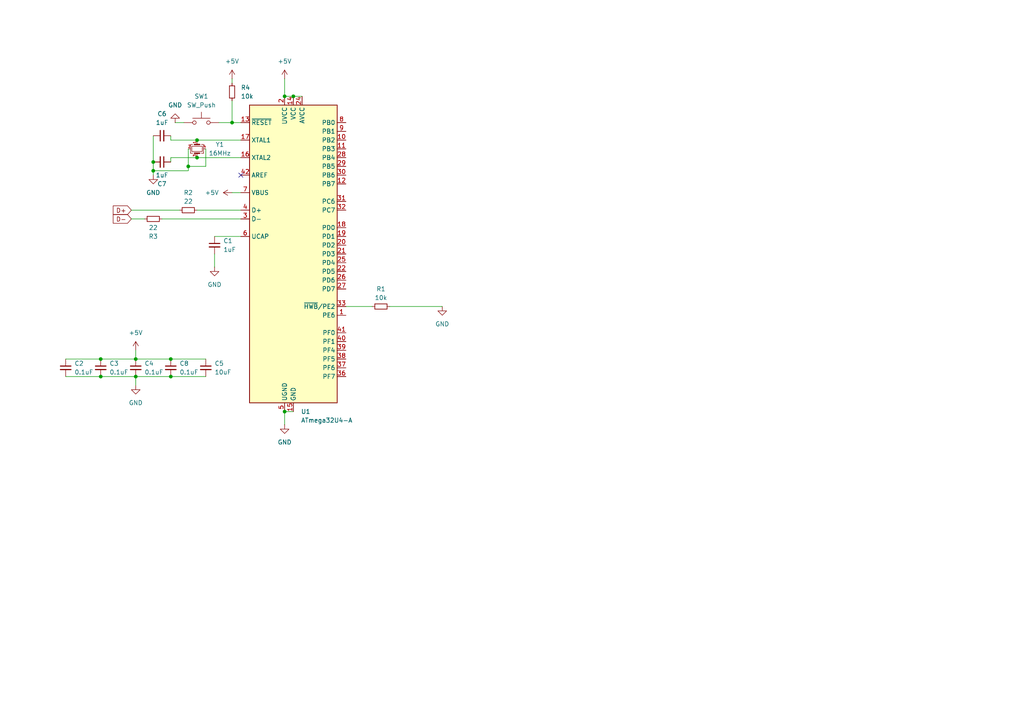
<source format=kicad_sch>
(kicad_sch (version 20231120) (generator "eeschema") (generator_version "8.0")
  (paper "A4")
  (lib_symbols
    (symbol "Device:C_Small" (pin_numbers hide) (pin_names (offset 0.254) hide)
      (property "Reference" "C" (at 0.254 1.778 0))
      (property "Value" "C_Small" (at 0.254 -2.032 0))
      (symbol "C_Small_0_1"
        (polyline (pts (xy -1.524 -0.508) (xy 1.524 -0.508)) (stroke (width 0.3302)))
        (polyline (pts (xy -1.524 0.508) (xy 1.524 0.508)) (stroke (width 0.3048)))
      )
      (symbol "C_Small_1_1"
        (pin passive line (at 0 2.54 270) (length 2.032) (name "~") (number "1"))
        (pin passive line (at 0 -2.54 90) (length 2.032) (name "~") (number "2"))
      )
    )
    (symbol "Device:Crystal_GND24_Small" (pin_names (offset 1.016) hide)
      (property "Reference" "Y" (at 1.27 4.445 0))
      (property "Value" "Crystal_GND24_Small" (at 1.27 2.54 0))
      (symbol "Crystal_GND24_Small_0_1"
        (rectangle (start -0.762 -1.524) (end 0.762 1.524))
        (polyline (pts (xy -1.27 -0.762) (xy -1.27 0.762)) (stroke (width 0.381)))
        (polyline (pts (xy 1.27 -0.762) (xy 1.27 0.762)) (stroke (width 0.381)))
        (polyline (pts (xy -1.27 -1.27) (xy -1.27 -1.905) (xy 1.27 -1.905) (xy 1.27 -1.27)))
        (polyline (pts (xy -1.27 1.27) (xy -1.27 1.905) (xy 1.27 1.905) (xy 1.27 1.27)))
      )
      (symbol "Crystal_GND24_Small_1_1"
        (pin passive line (at -2.54 0 0) (length 1.27) (name "1") (number "1"))
        (pin passive line (at 0 -2.54 90) (length 0.635) (name "2") (number "2"))
        (pin passive line (at 2.54 0 180) (length 1.27) (name "3") (number "3"))
        (pin passive line (at 0 2.54 270) (length 0.635) (name "4") (number "4"))
      )
    )
    (symbol "Device:R_Small" (pin_numbers hide) (pin_names (offset 0.254) hide)
      (property "Reference" "R" (at 0.762 0.508 0))
      (property "Value" "R_Small" (at 0.762 -1.016 0))
      (symbol "R_Small_0_1"
        (rectangle (start -0.762 1.778) (end 0.762 -1.778) (stroke (width 0.2032)))
      )
      (symbol "R_Small_1_1"
        (pin passive line (at 0 2.54 270) (length 0.762) (name "~") (number "1"))
        (pin passive line (at 0 -2.54 90) (length 0.762) (name "~") (number "2"))
      )
    )
    (symbol "MCU_Microchip_ATmega:ATmega32U4-A"
      (property "Reference" "U" (at -12.7 44.45 0))
      (property "Value" "ATmega32U4-A" (at 2.54 -44.45 0))
      (symbol "ATmega32U4-A_0_1"
        (rectangle (start -12.7 -43.18) (end 12.7 43.18) (stroke (width 0.254)) (fill (type background)))
      )
      (symbol "ATmega32U4-A_1_1"
        (pin bidirectional line (at 15.24 -17.78 180) (length 2.54) (name "PE6") (number "1"))
        (pin bidirectional line (at 15.24 33.02 180) (length 2.54) (name "PB2") (number "10"))
        (pin bidirectional line (at 15.24 30.48 180) (length 2.54) (name "PB3") (number "11"))
        (pin bidirectional line (at 15.24 20.32 180) (length 2.54) (name "PB7") (number "12"))
        (pin input line (at -15.24 38.1 0) (length 2.54) (name "~{RESET}") (number "13"))
        (pin power_in line (at 0 45.72 270) (length 2.54) (name "VCC") (number "14"))
        (pin power_in line (at 0 -45.72 90) (length 2.54) (name "GND") (number "15"))
        (pin output line (at -15.24 27.94 0) (length 2.54) (name "XTAL2") (number "16"))
        (pin input line (at -15.24 33.02 0) (length 2.54) (name "XTAL1") (number "17"))
        (pin bidirectional line (at 15.24 7.62 180) (length 2.54) (name "PD0") (number "18"))
        (pin bidirectional line (at 15.24 5.08 180) (length 2.54) (name "PD1") (number "19"))
        (pin power_in line (at -2.54 45.72 270) (length 2.54) (name "UVCC") (number "2"))
        (pin bidirectional line (at 15.24 2.54 180) (length 2.54) (name "PD2") (number "20"))
        (pin bidirectional line (at 15.24 0 180) (length 2.54) (name "PD3") (number "21"))
        (pin bidirectional line (at 15.24 -5.08 180) (length 2.54) (name "PD5") (number "22"))
        (pin passive line (at 0 -45.72 90) (length 2.54) hide (name "GND") (number "23"))
        (pin power_in line (at 2.54 45.72 270) (length 2.54) (name "AVCC") (number "24"))
        (pin bidirectional line (at 15.24 -2.54 180) (length 2.54) (name "PD4") (number "25"))
        (pin bidirectional line (at 15.24 -7.62 180) (length 2.54) (name "PD6") (number "26"))
        (pin bidirectional line (at 15.24 -10.16 180) (length 2.54) (name "PD7") (number "27"))
        (pin bidirectional line (at 15.24 27.94 180) (length 2.54) (name "PB4") (number "28"))
        (pin bidirectional line (at 15.24 25.4 180) (length 2.54) (name "PB5") (number "29"))
        (pin bidirectional line (at -15.24 10.16 0) (length 2.54) (name "D-") (number "3"))
        (pin bidirectional line (at 15.24 22.86 180) (length 2.54) (name "PB6") (number "30"))
        (pin bidirectional line (at 15.24 15.24 180) (length 2.54) (name "PC6") (number "31"))
        (pin bidirectional line (at 15.24 12.7 180) (length 2.54) (name "PC7") (number "32"))
        (pin bidirectional line (at 15.24 -15.24 180) (length 2.54) (name "~{HWB}/PE2") (number "33"))
        (pin passive line (at 0 45.72 270) (length 2.54) hide (name "VCC") (number "34"))
        (pin passive line (at 0 -45.72 90) (length 2.54) hide (name "GND") (number "35"))
        (pin bidirectional line (at 15.24 -35.56 180) (length 2.54) (name "PF7") (number "36"))
        (pin bidirectional line (at 15.24 -33.02 180) (length 2.54) (name "PF6") (number "37"))
        (pin bidirectional line (at 15.24 -30.48 180) (length 2.54) (name "PF5") (number "38"))
        (pin bidirectional line (at 15.24 -27.94 180) (length 2.54) (name "PF4") (number "39"))
        (pin bidirectional line (at -15.24 12.7 0) (length 2.54) (name "D+") (number "4"))
        (pin bidirectional line (at 15.24 -25.4 180) (length 2.54) (name "PF1") (number "40"))
        (pin bidirectional line (at 15.24 -22.86 180) (length 2.54) (name "PF0") (number "41"))
        (pin passive line (at -15.24 22.86 0) (length 2.54) (name "AREF") (number "42"))
        (pin passive line (at 0 -45.72 90) (length 2.54) hide (name "GND") (number "43"))
        (pin passive line (at 2.54 45.72 270) (length 2.54) hide (name "AVCC") (number "44"))
        (pin passive line (at -2.54 -45.72 90) (length 2.54) (name "UGND") (number "5"))
        (pin passive line (at -15.24 5.08 0) (length 2.54) (name "UCAP") (number "6"))
        (pin input line (at -15.24 17.78 0) (length 2.54) (name "VBUS") (number "7"))
        (pin bidirectional line (at 15.24 38.1 180) (length 2.54) (name "PB0") (number "8"))
        (pin bidirectional line (at 15.24 35.56 180) (length 2.54) (name "PB1") (number "9"))
      )
    )
    (symbol "Switch:SW_Push" (pin_numbers hide) (pin_names (offset 1.016) hide)
      (property "Reference" "SW" (at 1.27 2.54 0))
      (property "Value" "SW_Push" (at 0 -1.524 0))
      (symbol "SW_Push_0_1"
        (circle (center -2.032 0) (radius 0.508))
        (polyline (pts (xy 0 1.27) (xy 0 3.048)))
        (polyline (pts (xy 2.54 1.27) (xy -2.54 1.27)))
        (circle (center 2.032 0) (radius 0.508))
        (pin passive line (at -5.08 0 0) (length 2.54) (name "1") (number "1"))
        (pin passive line (at 5.08 0 180) (length 2.54) (name "2") (number "2"))
      )
    )
    (symbol "power:+5V" (power) (pin_numbers hide) (pin_names (offset 0) hide)
      (property "Value" "+5V" (at 0 3.556 0))
      (symbol "+5V_0_1"
        (polyline (pts (xy -0.762 1.27) (xy 0 2.54)))
        (polyline (pts (xy 0 0) (xy 0 2.54)))
        (polyline (pts (xy 0 2.54) (xy 0.762 1.27)))
      )
      (symbol "+5V_1_1"
        (pin power_in line (at 0 0 90) (length 0) (name "~") (number "1"))
      )
    )
    (symbol "power:GND" (power) (pin_numbers hide) (pin_names (offset 0) hide)
      (property "Value" "GND" (at 0 -3.81 0))
      (symbol "GND_0_1"
        (polyline (pts (xy 0 0) (xy 0 -1.27) (xy 1.27 -1.27) (xy 0 -2.54) (xy -1.27 -1.27) (xy 0 -1.27)))
      )
      (symbol "GND_1_1"
        (pin power_in line (at 0 0 270) (length 0) (name "~") (number "1"))
      )
    )
  )
  (junction (at 39.37 109.22))
  (junction (at 54.61 48.26))
  (junction (at 44.45 46.99))
  (junction (at 57.15 40.64))
  (junction (at 29.21 109.22))
  (junction (at 57.15 45.72))
  (junction (at 85.09 27.94))
  (junction (at 39.37 104.14))
  (junction (at 82.55 119.38))
  (junction (at 49.53 104.14))
  (junction (at 49.53 109.22))
  (junction (at 44.45 49.53))
  (junction (at 67.31 35.56))
  (junction (at 29.21 104.14))
  (junction (at 82.55 27.94))
  (no_connect (at 69.85 50.8))
  (wire (pts (xy 82.55 27.94) (xy 85.09 27.94)))
  (wire (pts (xy 39.37 104.14) (xy 49.53 104.14)))
  (wire (pts (xy 46.99 63.5) (xy 69.85 63.5)))
  (wire (pts (xy 38.1 60.96) (xy 52.07 60.96)))
  (wire (pts (xy 49.53 104.14) (xy 59.69 104.14)))
  (wire (pts (xy 29.21 109.22) (xy 39.37 109.22)))
  (wire (pts (xy 49.53 45.72) (xy 57.15 45.72)))
  (wire (pts (xy 57.15 45.72) (xy 69.85 45.72)))
  (wire (pts (xy 62.23 68.58) (xy 69.85 68.58)))
  (wire (pts (xy 19.05 104.14) (xy 29.21 104.14)))
  (wire (pts (xy 19.05 109.22) (xy 29.21 109.22)))
  (wire (pts (xy 82.55 22.86) (xy 82.55 27.94)))
  (wire (pts (xy 44.45 46.99) (xy 44.45 49.53)))
  (wire (pts (xy 82.55 119.38) (xy 82.55 123.19)))
  (wire (pts (xy 49.53 39.37) (xy 49.53 40.64)))
  (wire (pts (xy 57.15 40.64) (xy 69.85 40.64)))
  (wire (pts (xy 59.69 48.26) (xy 59.69 43.18)))
  (wire (pts (xy 54.61 48.26) (xy 54.61 49.53)))
  (wire (pts (xy 67.31 22.86) (xy 67.31 24.13)))
  (wire (pts (xy 49.53 109.22) (xy 59.69 109.22)))
  (wire (pts (xy 57.15 60.96) (xy 69.85 60.96)))
  (wire (pts (xy 39.37 109.22) (xy 49.53 109.22)))
  (wire (pts (xy 67.31 29.21) (xy 67.31 35.56)))
  (wire (pts (xy 49.53 40.64) (xy 57.15 40.64)))
  (wire (pts (xy 100.33 88.9) (xy 107.95 88.9)))
  (wire (pts (xy 85.09 27.94) (xy 87.63 27.94)))
  (wire (pts (xy 67.31 55.88) (xy 69.85 55.88)))
  (wire (pts (xy 113.03 88.9) (xy 128.27 88.9)))
  (wire (pts (xy 39.37 109.22) (xy 39.37 111.76)))
  (wire (pts (xy 54.61 48.26) (xy 59.69 48.26)))
  (wire (pts (xy 82.55 119.38) (xy 85.09 119.38)))
  (wire (pts (xy 62.23 73.66) (xy 62.23 77.47)))
  (wire (pts (xy 67.31 35.56) (xy 69.85 35.56)))
  (wire (pts (xy 63.5 35.56) (xy 67.31 35.56)))
  (wire (pts (xy 29.21 104.14) (xy 39.37 104.14)))
  (wire (pts (xy 49.53 46.99) (xy 49.53 45.72)))
  (wire (pts (xy 54.61 49.53) (xy 44.45 49.53)))
  (wire (pts (xy 39.37 101.6) (xy 39.37 104.14)))
  (wire (pts (xy 38.1 63.5) (xy 41.91 63.5)))
  (wire (pts (xy 54.61 43.18) (xy 54.61 48.26)))
  (wire (pts (xy 44.45 39.37) (xy 44.45 46.99)))
  (wire (pts (xy 50.8 35.56) (xy 53.34 35.56)))
  (wire (pts (xy 44.45 49.53) (xy 44.45 50.8)))
  (global_label "D+" (shape input) (at 38.1 60.96 180) (property "Intersheetrefs" "${INTERSHEET_REFS}" (effects (hide yes))))
  (global_label "D-" (shape input) (at 38.1 63.5 180) (property "Intersheetrefs" "${INTERSHEET_REFS}" (effects (hide yes))))
  (symbol (lib_id "MCU_Microchip_ATmega:ATmega32U4-A") (at 85.09 73.66 0) (unit 1)
    (property "Reference" "U1" (at 87.2841 119.38 0) (effects (justify left)))
    (property "Value" "ATmega32U4-A" (at 87.2841 121.92 0) (effects (justify left)))
    (property "Footprint" "Package_QFP:TQFP-44_10x10mm_P0.8mm" (effects (hide yes)))
    (property "Datasheet" "http://ww1.microchip.com/downloads/en/DeviceDoc/Atmel-7766-8-bit-AVR-ATmega16U4-32U4_Datasheet.pdf" (effects (hide yes)))
    (property "Description" "16MHz, 32kB Flash, 2.5kB SRAM, 1kB EEPROM, USB 2.0, TQFP-44" (effects (hide yes)))
  )
  (symbol (lib_id "Device:C_Small") (at 46.99 46.99 270) (mirror x) (unit 1)
    (property "Reference" "C7" (at 46.9836 53.34 90))
    (property "Value" "1uF" (at 46.9836 50.8 90))
    (property "Description" "Unpolarized capacitor, small symbol" (effects (hide yes)))
  )
  (symbol (lib_id "power:GND") (at 39.37 111.76 0) (unit 1)
    (property "Reference" "#PWR05" (effects (hide yes)))
    (property "Value" "GND" (at 39.37 116.84 0))
    (property "Description" "Power symbol creates a global label with name \"GND\" , ground" (effects (hide yes)))
  )
  (symbol (lib_id "Device:R_Small") (at 44.45 63.5 90) (mirror x) (unit 1)
    (property "Reference" "R3" (at 44.45 68.58 90))
    (property "Value" "22" (at 44.45 66.04 90))
    (property "Description" "Resistor, small symbol" (effects (hide yes)))
  )
  (symbol (lib_id "power:GND") (at 50.8 35.56 180) (unit 1)
    (property "Reference" "#PWR09" (effects (hide yes)))
    (property "Value" "GND" (at 50.8 30.48 0))
    (property "Description" "Power symbol creates a global label with name \"GND\" , ground" (effects (hide yes)))
  )
  (symbol (lib_id "Device:C_Small") (at 29.21 106.68 0) (unit 1)
    (property "Reference" "C3" (at 31.75 105.4162 0) (effects (justify left)))
    (property "Value" "0.1uF" (at 31.75 107.9562 0) (effects (justify left)))
    (property "Description" "Unpolarized capacitor, small symbol" (effects (hide yes)))
  )
  (symbol (lib_id "power:GND") (at 62.23 77.47 0) (unit 1)
    (property "Reference" "#PWR04" (effects (hide yes)))
    (property "Value" "GND" (at 62.23 82.55 0))
    (property "Description" "Power symbol creates a global label with name \"GND\" , ground" (effects (hide yes)))
  )
  (symbol (lib_id "power:+5V") (at 82.55 22.86 0) (unit 1)
    (property "Reference" "#PWR01" (effects (hide yes)))
    (property "Value" "+5V" (at 82.55 17.78 0))
    (property "Description" "Power symbol creates a global label with name \"+5V\"" (effects (hide yes)))
  )
  (symbol (lib_id "Switch:SW_Push") (at 58.42 35.56 0) (unit 1)
    (property "Reference" "SW1" (at 58.42 27.94 0))
    (property "Value" "SW_Push" (at 58.42 30.48 0))
    (property "Description" "Push button switch, generic, two pins" (effects (hide yes)))
  )
  (symbol (lib_id "power:+5V") (at 67.31 55.88 90) (unit 1)
    (property "Reference" "#PWR07" (effects (hide yes)))
    (property "Value" "+5V" (at 63.5 55.8799 90) (effects (justify left)))
    (property "Description" "Power symbol creates a global label with name \"+5V\"" (effects (hide yes)))
  )
  (symbol (lib_id "power:GND") (at 44.45 50.8 0) (unit 1)
    (property "Reference" "#PWR08" (effects (hide yes)))
    (property "Value" "GND" (at 44.45 55.88 0))
    (property "Description" "Power symbol creates a global label with name \"GND\" , ground" (effects (hide yes)))
  )
  (symbol (lib_id "Device:C_Small") (at 62.23 71.12 0) (unit 1)
    (property "Reference" "C1" (at 64.77 69.8562 0) (effects (justify left)))
    (property "Value" "1uF" (at 64.77 72.3962 0) (effects (justify left)))
    (property "Description" "Unpolarized capacitor, small symbol" (effects (hide yes)))
  )
  (symbol (lib_id "Device:C_Small") (at 19.05 106.68 0) (unit 1)
    (property "Reference" "C2" (at 21.59 105.4162 0) (effects (justify left)))
    (property "Value" "0.1uF" (at 21.59 107.9562 0) (effects (justify left)))
    (property "Description" "Unpolarized capacitor, small symbol" (effects (hide yes)))
  )
  (symbol (lib_id "Device:R_Small") (at 67.31 26.67 0) (unit 1)
    (property "Reference" "R4" (at 69.85 25.3999 0) (effects (justify left)))
    (property "Value" "10k" (at 69.85 27.9399 0) (effects (justify left)))
    (property "Description" "Resistor, small symbol" (effects (hide yes)))
  )
  (symbol (lib_id "Device:C_Small") (at 46.99 39.37 90) (unit 1)
    (property "Reference" "C6" (at 46.9963 33.02 90))
    (property "Value" "1uF" (at 46.9963 35.56 90))
    (property "Description" "Unpolarized capacitor, small symbol" (effects (hide yes)))
  )
  (symbol (lib_id "Device:Crystal_GND24_Small") (at 57.15 43.18 270) (unit 1)
    (property "Reference" "Y1" (at 63.754 41.91 90))
    (property "Value" "16MHz" (at 63.754 44.45 90))
    (property "Description" "Four pin crystal, GND on pins 2 and 4, small symbol" (effects (hide yes)))
  )
  (symbol (lib_id "Device:C_Small") (at 39.37 106.68 0) (unit 1)
    (property "Reference" "C4" (at 41.91 105.4162 0) (effects (justify left)))
    (property "Value" "0.1uF" (at 41.91 107.9562 0) (effects (justify left)))
    (property "Description" "Unpolarized capacitor, small symbol" (effects (hide yes)))
  )
  (symbol (lib_id "power:GND") (at 128.27 88.9 0) (unit 1)
    (property "Reference" "#PWR03" (effects (hide yes)))
    (property "Value" "GND" (at 128.27 93.98 0))
    (property "Description" "Power symbol creates a global label with name \"GND\" , ground" (effects (hide yes)))
  )
  (symbol (lib_id "power:GND") (at 82.55 123.19 0) (unit 1)
    (property "Reference" "#PWR02" (effects (hide yes)))
    (property "Value" "GND" (at 82.55 128.27 0))
    (property "Description" "Power symbol creates a global label with name \"GND\" , ground" (effects (hide yes)))
  )
  (symbol (lib_id "Device:C_Small") (at 49.53 106.68 0) (unit 1)
    (property "Reference" "C8" (at 52.07 105.4162 0) (effects (justify left)))
    (property "Value" "0.1uF" (at 52.07 107.9562 0) (effects (justify left)))
    (property "Description" "Unpolarized capacitor, small symbol" (effects (hide yes)))
  )
  (symbol (lib_id "Device:R_Small") (at 54.61 60.96 90) (unit 1)
    (property "Reference" "R2" (at 54.61 55.88 90))
    (property "Value" "22" (at 54.61 58.42 90))
    (property "Description" "Resistor, small symbol" (effects (hide yes)))
  )
  (symbol (lib_id "power:+5V") (at 39.37 101.6 0) (unit 1)
    (property "Reference" "#PWR06" (effects (hide yes)))
    (property "Value" "+5V" (at 39.37 96.52 0))
    (property "Description" "Power symbol creates a global label with name \"+5V\"" (effects (hide yes)))
  )
  (symbol (lib_id "Device:R_Small") (at 110.49 88.9 90) (unit 1)
    (property "Reference" "R1" (at 110.49 83.82 90))
    (property "Value" "10k" (at 110.49 86.36 90))
    (property "Description" "Resistor, small symbol" (effects (hide yes)))
  )
  (symbol (lib_id "power:+5V") (at 67.31 22.86 0) (unit 1)
    (property "Reference" "#PWR010" (effects (hide yes)))
    (property "Value" "+5V" (at 67.31 17.78 0))
    (property "Description" "Power symbol creates a global label with name \"+5V\"" (effects (hide yes)))
  )
  (symbol (lib_id "Device:C_Small") (at 59.69 106.68 0) (unit 1)
    (property "Reference" "C5" (at 62.23 105.4162 0) (effects (justify left)))
    (property "Value" "10uF" (at 62.23 107.9562 0) (effects (justify left)))
    (property "Description" "Unpolarized capacitor, small symbol" (effects (hide yes)))
  )
)
</source>
